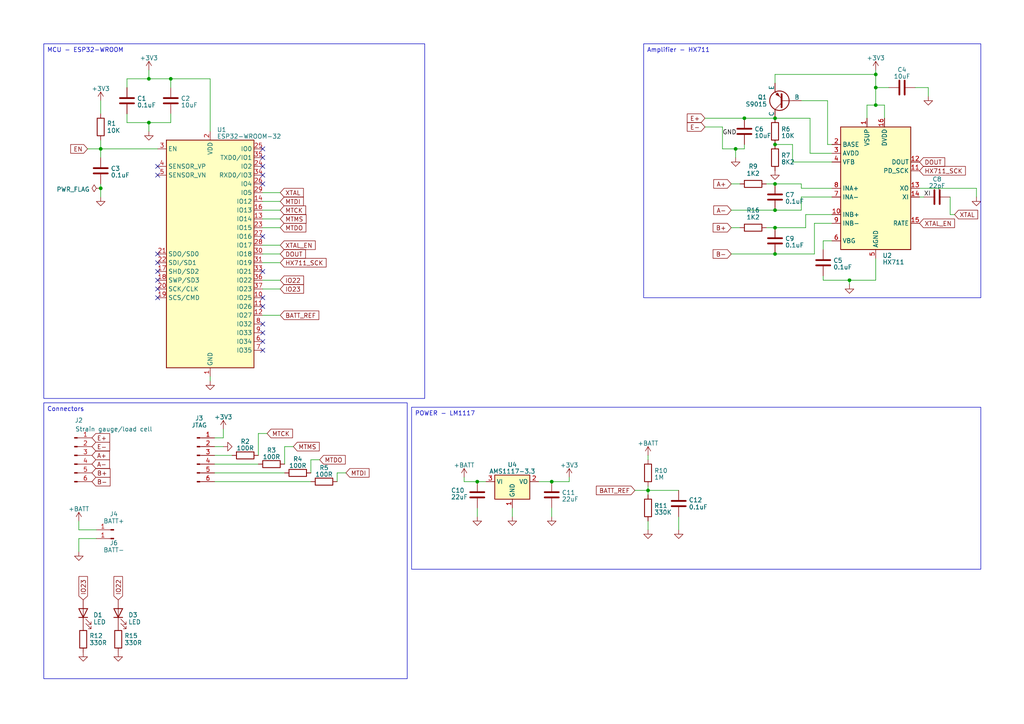
<source format=kicad_sch>
(kicad_sch (version 20230121) (generator eeschema)
  (paper "A4")
  (title_block (title "Electronic hangboard") (date "2023-05-30") (rev "3"))
  (lib_symbols
    (symbol "Analog_ADC:HX711"
      (property "Reference" "U" (at 5.08 21.59 0))
      (property "Value" "HX711" (at 7.62 19.05 0))
      (symbol "HX711_0_1"
        (rectangle (start -10.16 17.78) (end 10.16 -17.78) (stroke (width 0.254)) (fill (type background)))
      )
      (symbol "HX711_1_1"
        (pin power_in line (at -2.54 20.32 270) (length 2.54) (name "VSUP") (number "1"))
        (pin input line (at -12.7 -7.62 0) (length 2.54) (name "INB+") (number "10"))
        (pin input line (at 12.7 5.08 180) (length 2.54) (name "PD_SCK") (number "11"))
        (pin output line (at 12.7 7.62 180) (length 2.54) (name "DOUT") (number "12"))
        (pin passive line (at 12.7 0 180) (length 2.54) (name "XO") (number "13"))
        (pin passive line (at 12.7 -2.54 180) (length 2.54) (name "XI") (number "14"))
        (pin input line (at 12.7 -10.16 180) (length 2.54) (name "RATE") (number "15"))
        (pin power_in line (at 2.54 20.32 270) (length 2.54) (name "DVDD") (number "16"))
        (pin passive line (at -12.7 12.7 0) (length 2.54) (name "BASE") (number "2"))
        (pin power_in line (at -12.7 10.16 0) (length 2.54) (name "AVDD") (number "3"))
        (pin input line (at -12.7 7.62 0) (length 2.54) (name "VFB") (number "4"))
        (pin power_in line (at 0 -20.32 90) (length 2.54) (name "AGND") (number "5"))
        (pin passive line (at -12.7 -15.24 0) (length 2.54) (name "VBG") (number "6"))
        (pin input line (at -12.7 -2.54 0) (length 2.54) (name "INA-") (number "7"))
        (pin input line (at -12.7 0 0) (length 2.54) (name "INA+") (number "8"))
        (pin input line (at -12.7 -10.16 0) (length 2.54) (name "INB-") (number "9"))
      )
    )
    (symbol "Connector:Conn_01x01_Pin" (pin_names (offset 1.016) hide)
      (property "Reference" "J" (at 0 2.54 0))
      (property "Value" "Conn_01x01_Pin" (at 0 -2.54 0))
      (symbol "Conn_01x01_Pin_1_1"
        (polyline (pts (xy 1.27 0) (xy 0.8636 0)) (stroke (width 0.1524)))
        (rectangle (start 0.8636 0.127) (end 0 -0.127) (stroke (width 0.1524)) (fill (type outline)))
        (pin passive line (at 5.08 0 180) (length 3.81) (name "Pin_1") (number "1"))
      )
    )
    (symbol "Connector:Conn_01x06_Pin" (pin_names (offset 1.016) hide)
      (property "Reference" "J" (at 0 7.62 0))
      (property "Value" "Conn_01x06_Pin" (at 0 -10.16 0))
      (symbol "Conn_01x06_Pin_1_1"
        (polyline (pts (xy 1.27 -7.62) (xy 0.8636 -7.62)) (stroke (width 0.1524)))
        (polyline (pts (xy 1.27 -5.08) (xy 0.8636 -5.08)) (stroke (width 0.1524)))
        (polyline (pts (xy 1.27 -2.54) (xy 0.8636 -2.54)) (stroke (width 0.1524)))
        (polyline (pts (xy 1.27 0) (xy 0.8636 0)) (stroke (width 0.1524)))
        (polyline (pts (xy 1.27 2.54) (xy 0.8636 2.54)) (stroke (width 0.1524)))
        (polyline (pts (xy 1.27 5.08) (xy 0.8636 5.08)) (stroke (width 0.1524)))
        (rectangle (start 0.8636 -7.493) (end 0 -7.747) (stroke (width 0.1524)) (fill (type outline)))
        (rectangle (start 0.8636 -4.953) (end 0 -5.207) (stroke (width 0.1524)) (fill (type outline)))
        (rectangle (start 0.8636 -2.413) (end 0 -2.667) (stroke (width 0.1524)) (fill (type outline)))
        (rectangle (start 0.8636 0.127) (end 0 -0.127) (stroke (width 0.1524)) (fill (type outline)))
        (rectangle (start 0.8636 2.667) (end 0 2.413) (stroke (width 0.1524)) (fill (type outline)))
        (rectangle (start 0.8636 5.207) (end 0 4.953) (stroke (width 0.1524)) (fill (type outline)))
        (pin passive line (at 5.08 5.08 180) (length 3.81) (name "Pin_1") (number "1"))
        (pin passive line (at 5.08 2.54 180) (length 3.81) (name "Pin_2") (number "2"))
        (pin passive line (at 5.08 0 180) (length 3.81) (name "Pin_3") (number "3"))
        (pin passive line (at 5.08 -2.54 180) (length 3.81) (name "Pin_4") (number "4"))
        (pin passive line (at 5.08 -5.08 180) (length 3.81) (name "Pin_5") (number "5"))
        (pin passive line (at 5.08 -7.62 180) (length 3.81) (name "Pin_6") (number "6"))
      )
    )
    (symbol "Device:C" (pin_numbers hide) (pin_names (offset 0.254))
      (property "Reference" "C" (at 0.635 2.54 0))
      (property "Value" "C" (at 0.635 -2.54 0))
      (symbol "C_0_1"
        (polyline (pts (xy -2.032 -0.762) (xy 2.032 -0.762)) (stroke (width 0.508)))
        (polyline (pts (xy -2.032 0.762) (xy 2.032 0.762)) (stroke (width 0.508)))
      )
      (symbol "C_1_1"
        (pin passive line (at 0 3.81 270) (length 2.794) (name "~") (number "1"))
        (pin passive line (at 0 -3.81 90) (length 2.794) (name "~") (number "2"))
      )
    )
    (symbol "Device:LED" (pin_numbers hide) (pin_names (offset 1.016) hide)
      (property "Reference" "D" (at 0 2.54 0))
      (property "Value" "LED" (at 0 -2.54 0))
      (symbol "LED_0_1"
        (polyline (pts (xy -1.27 -1.27) (xy -1.27 1.27)) (stroke (width 0.254)))
        (polyline (pts (xy -1.27 0) (xy 1.27 0)))
        (polyline (pts (xy 1.27 -1.27) (xy 1.27 1.27) (xy -1.27 0) (xy 1.27 -1.27)) (stroke (width 0.254)))
        (polyline (pts (xy -3.048 -0.762) (xy -4.572 -2.286) (xy -3.81 -2.286) (xy -4.572 -2.286) (xy -4.572 -1.524)))
        (polyline (pts (xy -1.778 -0.762) (xy -3.302 -2.286) (xy -2.54 -2.286) (xy -3.302 -2.286) (xy -3.302 -1.524)))
      )
      (symbol "LED_1_1"
        (pin passive line (at -3.81 0 0) (length 2.54) (name "K") (number "1"))
        (pin passive line (at 3.81 0 180) (length 2.54) (name "A") (number "2"))
      )
    )
    (symbol "Device:R" (pin_numbers hide) (pin_names (offset 0))
      (property "Reference" "R" (at 2.032 0 90))
      (property "Value" "R" (at 0 0 90))
      (symbol "R_0_1"
        (rectangle (start -1.016 -2.54) (end 1.016 2.54) (stroke (width 0.254)))
      )
      (symbol "R_1_1"
        (pin passive line (at 0 3.81 270) (length 1.27) (name "~") (number "1"))
        (pin passive line (at 0 -3.81 90) (length 1.27) (name "~") (number "2"))
      )
    )
    (symbol "RF_Module:ESP32-WROOM-32"
      (property "Reference" "U" (at -12.7 34.29 0))
      (property "Value" "ESP32-WROOM-32" (at 1.27 34.29 0))
      (symbol "ESP32-WROOM-32_0_1"
        (rectangle (start -12.7 33.02) (end 12.7 -33.02) (stroke (width 0.254)) (fill (type background)))
      )
      (symbol "ESP32-WROOM-32_1_1"
        (pin power_in line (at 0 -35.56 90) (length 2.54) (name "GND") (number "1"))
        (pin bidirectional line (at 15.24 -12.7 180) (length 2.54) (name "IO25") (number "10"))
        (pin bidirectional line (at 15.24 -15.24 180) (length 2.54) (name "IO26") (number "11"))
        (pin bidirectional line (at 15.24 -17.78 180) (length 2.54) (name "IO27") (number "12"))
        (pin bidirectional line (at 15.24 10.16 180) (length 2.54) (name "IO14") (number "13"))
        (pin bidirectional line (at 15.24 15.24 180) (length 2.54) (name "IO12") (number "14"))
        (pin passive line (at 0 -35.56 90) (length 2.54) hide (name "GND") (number "15"))
        (pin bidirectional line (at 15.24 12.7 180) (length 2.54) (name "IO13") (number "16"))
        (pin bidirectional line (at -15.24 -5.08 0) (length 2.54) (name "SHD/SD2") (number "17"))
        (pin bidirectional line (at -15.24 -7.62 0) (length 2.54) (name "SWP/SD3") (number "18"))
        (pin bidirectional line (at -15.24 -12.7 0) (length 2.54) (name "SCS/CMD") (number "19"))
        (pin power_in line (at 0 35.56 270) (length 2.54) (name "VDD") (number "2"))
        (pin bidirectional line (at -15.24 -10.16 0) (length 2.54) (name "SCK/CLK") (number "20"))
        (pin bidirectional line (at -15.24 0 0) (length 2.54) (name "SDO/SD0") (number "21"))
        (pin bidirectional line (at -15.24 -2.54 0) (length 2.54) (name "SDI/SD1") (number "22"))
        (pin bidirectional line (at 15.24 7.62 180) (length 2.54) (name "IO15") (number "23"))
        (pin bidirectional line (at 15.24 25.4 180) (length 2.54) (name "IO2") (number "24"))
        (pin bidirectional line (at 15.24 30.48 180) (length 2.54) (name "IO0") (number "25"))
        (pin bidirectional line (at 15.24 20.32 180) (length 2.54) (name "IO4") (number "26"))
        (pin bidirectional line (at 15.24 5.08 180) (length 2.54) (name "IO16") (number "27"))
        (pin bidirectional line (at 15.24 2.54 180) (length 2.54) (name "IO17") (number "28"))
        (pin bidirectional line (at 15.24 17.78 180) (length 2.54) (name "IO5") (number "29"))
        (pin input line (at -15.24 30.48 0) (length 2.54) (name "EN") (number "3"))
        (pin bidirectional line (at 15.24 0 180) (length 2.54) (name "IO18") (number "30"))
        (pin bidirectional line (at 15.24 -2.54 180) (length 2.54) (name "IO19") (number "31"))
        (pin no_connect line (at -12.7 -27.94 0) (length 2.54) hide (name "NC") (number "32"))
        (pin bidirectional line (at 15.24 -5.08 180) (length 2.54) (name "IO21") (number "33"))
        (pin bidirectional line (at 15.24 22.86 180) (length 2.54) (name "RXD0/IO3") (number "34"))
        (pin bidirectional line (at 15.24 27.94 180) (length 2.54) (name "TXD0/IO1") (number "35"))
        (pin bidirectional line (at 15.24 -7.62 180) (length 2.54) (name "IO22") (number "36"))
        (pin bidirectional line (at 15.24 -10.16 180) (length 2.54) (name "IO23") (number "37"))
        (pin passive line (at 0 -35.56 90) (length 2.54) hide (name "GND") (number "38"))
        (pin passive line (at 0 -35.56 90) (length 2.54) hide (name "GND") (number "39"))
        (pin input line (at -15.24 25.4 0) (length 2.54) (name "SENSOR_VP") (number "4"))
        (pin input line (at -15.24 22.86 0) (length 2.54) (name "SENSOR_VN") (number "5"))
        (pin input line (at 15.24 -25.4 180) (length 2.54) (name "IO34") (number "6"))
        (pin input line (at 15.24 -27.94 180) (length 2.54) (name "IO35") (number "7"))
        (pin bidirectional line (at 15.24 -20.32 180) (length 2.54) (name "IO32") (number "8"))
        (pin bidirectional line (at 15.24 -22.86 180) (length 2.54) (name "IO33") (number "9"))
      )
    )
    (symbol "Regulator_Linear:AMS1117-3.3"
      (property "Reference" "U" (at -3.81 3.175 0))
      (property "Value" "AMS1117-3.3" (at 0 3.175 0))
      (symbol "AMS1117-3.3_0_1"
        (rectangle (start -5.08 -5.08) (end 5.08 1.905) (stroke (width 0.254)) (fill (type background)))
      )
      (symbol "AMS1117-3.3_1_1"
        (pin power_in line (at 0 -7.62 90) (length 2.54) (name "GND") (number "1"))
        (pin power_out line (at 7.62 0 180) (length 2.54) (name "VO") (number "2"))
        (pin power_in line (at -7.62 0 0) (length 2.54) (name "VI") (number "3"))
      )
    )
    (symbol "Simulation_SPICE:PNP" (pin_numbers hide) (pin_names (offset 0))
      (property "Reference" "Q" (at -2.54 7.62 0))
      (property "Value" "PNP" (at -2.54 5.08 0))
      (symbol "PNP_0_1"
        (polyline (pts (xy -2.54 0) (xy 0.635 0)) (stroke (width 0.1524)))
        (polyline (pts (xy 0.635 0.635) (xy 2.54 2.54)))
        (polyline (pts (xy 0.635 -0.635) (xy 2.54 -2.54) (xy 2.54 -2.54)))
        (polyline (pts (xy 0.635 1.905) (xy 0.635 -1.905) (xy 0.635 -1.905)) (stroke (width 0.508)))
        (polyline (pts (xy 2.286 -1.778) (xy 1.778 -2.286) (xy 1.27 -1.27) (xy 2.286 -1.778) (xy 2.286 -1.778)) (fill (type outline)))
        (circle (center 1.27 0) (radius 2.8194) (stroke (width 0.254)))
      )
      (symbol "PNP_1_1"
        (pin open_collector line (at 2.54 5.08 270) (length 2.54) (name "C") (number "1"))
        (pin input line (at -5.08 0 0) (length 2.54) (name "B") (number "2"))
        (pin open_emitter line (at 2.54 -5.08 90) (length 2.54) (name "E") (number "3"))
      )
    )
    (symbol "power:+3V3" (power) (pin_names (offset 0))
      (property "Value" "+3V3" (at 0 3.556 0))
      (symbol "+3V3_0_1"
        (polyline (pts (xy -0.762 1.27) (xy 0 2.54)))
        (polyline (pts (xy 0 0) (xy 0 2.54)))
        (polyline (pts (xy 0 2.54) (xy 0.762 1.27)))
      )
      (symbol "+3V3_1_1"
        (pin power_in line (at 0 0 90) (length 0) hide (name "+3V3") (number "1"))
      )
    )
    (symbol "power:+BATT" (power) (pin_names (offset 0))
      (property "Value" "+BATT" (at 0 3.556 0))
      (symbol "+BATT_0_1"
        (polyline (pts (xy -0.762 1.27) (xy 0 2.54)))
        (polyline (pts (xy 0 0) (xy 0 2.54)))
        (polyline (pts (xy 0 2.54) (xy 0.762 1.27)))
      )
      (symbol "+BATT_1_1"
        (pin power_in line (at 0 0 90) (length 0) hide (name "+BATT") (number "1"))
      )
    )
    (symbol "power:GND" (power) (pin_names (offset 0))
      (property "Value" "GND" (at 0 -3.81 0))
      (symbol "GND_0_1"
        (polyline (pts (xy 0 0) (xy 0 -1.27) (xy 1.27 -1.27) (xy 0 -2.54) (xy -1.27 -1.27) (xy 0 -1.27)))
      )
      (symbol "GND_1_1"
        (pin power_in line (at 0 0 270) (length 0) hide (name "GND") (number "1"))
      )
    )
    (symbol "power:PWR_FLAG" (power) (pin_numbers hide) (pin_names (offset 0) hide)
      (property "Value" "PWR_FLAG" (at 0 3.81 0))
      (symbol "PWR_FLAG_0_0"
        (pin power_out line (at 0 0 90) (length 0) (name "pwr") (number "1"))
      )
      (symbol "PWR_FLAG_0_1"
        (polyline (pts (xy 0 0) (xy 0 1.27) (xy -1.016 1.905) (xy 0 2.54) (xy 1.016 1.905) (xy 0 1.27)))
      )
    )
  )
  (junction (at 224.79 53.34))
  (junction (at 246.38 81.28))
  (junction (at 224.79 66.04))
  (junction (at 160.02 139.7))
  (junction (at 187.96 142.24))
  (junction (at 213.36 43.18))
  (junction (at 254 25.4))
  (junction (at 138.43 139.7))
  (junction (at 49.53 22.86))
  (junction (at 224.79 34.29))
  (junction (at 43.18 35.56))
  (junction (at 29.21 54.61))
  (junction (at 224.79 41.91))
  (junction (at 43.18 22.86))
  (junction (at 254 30.48))
  (junction (at 254 21.59))
  (junction (at 224.79 73.66))
  (junction (at 224.79 60.96))
  (junction (at 29.21 43.18))
  (junction (at 215.9 34.29))
  (no_connect (at 45.72 50.8))
  (no_connect (at 76.2 43.18))
  (no_connect (at 76.2 78.74))
  (no_connect (at 76.2 88.9))
  (no_connect (at 76.2 50.8))
  (no_connect (at 76.2 53.34))
  (no_connect (at 45.72 83.82))
  (no_connect (at 76.2 45.72))
  (no_connect (at 45.72 81.28))
  (no_connect (at 76.2 96.52))
  (no_connect (at 76.2 86.36))
  (no_connect (at 45.72 78.74))
  (no_connect (at 45.72 73.66))
  (no_connect (at 45.72 48.26))
  (no_connect (at 76.2 93.98))
  (no_connect (at 45.72 76.2))
  (no_connect (at 76.2 48.26))
  (no_connect (at 76.2 68.58))
  (no_connect (at 76.2 101.6))
  (no_connect (at 76.2 99.06))
  (no_connect (at 45.72 86.36))
  (wire (pts (xy 254 25.4) (xy 257.81 25.4)))
  (wire (pts (xy 251.46 30.48) (xy 254 30.48)))
  (wire (pts (xy 254 25.4) (xy 254 30.48)))
  (wire (pts (xy 213.36 43.18) (xy 215.9 43.18)))
  (wire (pts (xy 134.62 139.7) (xy 138.43 139.7)))
  (wire (pts (xy 238.76 81.28) (xy 246.38 81.28)))
  (wire (pts (xy 224.79 21.59) (xy 254 21.59)))
  (wire (pts (xy 233.68 62.23) (xy 233.68 66.04)))
  (wire (pts (xy 62.23 134.62) (xy 74.93 134.62)))
  (wire (pts (xy 49.53 22.86) (xy 43.18 22.86)))
  (wire (pts (xy 254 21.59) (xy 254 25.4)))
  (wire (pts (xy 224.79 24.13) (xy 224.79 21.59)))
  (wire (pts (xy 77.47 125.73) (xy 74.93 125.73)))
  (wire (pts (xy 76.2 60.96) (xy 81.28 60.96)))
  (wire (pts (xy 187.96 132.08) (xy 187.96 133.35)))
  (wire (pts (xy 62.23 132.08) (xy 67.31 132.08)))
  (wire (pts (xy 215.9 34.29) (xy 224.79 34.29)))
  (wire (pts (xy 60.96 22.86) (xy 49.53 22.86)))
  (wire (pts (xy 85.09 129.54) (xy 82.55 129.54)))
  (wire (pts (xy 234.95 34.29) (xy 234.95 44.45)))
  (wire (pts (xy 148.59 147.32) (xy 148.59 149.86)))
  (wire (pts (xy 36.83 22.86) (xy 43.18 22.86)))
  (wire (pts (xy 269.24 25.4) (xy 269.24 27.94)))
  (wire (pts (xy 74.93 125.73) (xy 74.93 132.08)))
  (wire (pts (xy 241.3 57.15) (xy 232.41 57.15)))
  (wire (pts (xy 236.22 64.77) (xy 236.22 73.66)))
  (wire (pts (xy 62.23 129.54) (xy 64.77 129.54)))
  (wire (pts (xy 229.87 46.99) (xy 241.3 46.99)))
  (wire (pts (xy 196.85 149.86) (xy 196.85 153.67)))
  (wire (pts (xy 76.2 83.82) (xy 81.28 83.82)))
  (wire (pts (xy 36.83 33.02) (xy 36.83 35.56)))
  (wire (pts (xy 240.03 41.91) (xy 241.3 41.91)))
  (wire (pts (xy 76.2 55.88) (xy 81.28 55.88)))
  (wire (pts (xy 29.21 54.61) (xy 29.21 57.15)))
  (wire (pts (xy 36.83 25.4) (xy 36.83 22.86)))
  (wire (pts (xy 254 81.28) (xy 254 74.93)))
  (wire (pts (xy 76.2 71.12) (xy 81.28 71.12)))
  (wire (pts (xy 165.1 139.7) (xy 160.02 139.7)))
  (wire (pts (xy 238.76 69.85) (xy 238.76 72.39)))
  (wire (pts (xy 222.25 66.04) (xy 224.79 66.04)))
  (wire (pts (xy 232.41 60.96) (xy 224.79 60.96)))
  (wire (pts (xy 187.96 142.24) (xy 187.96 143.51)))
  (wire (pts (xy 165.1 138.43) (xy 165.1 139.7)))
  (wire (pts (xy 82.55 129.54) (xy 82.55 134.62)))
  (wire (pts (xy 76.2 91.44) (xy 81.28 91.44)))
  (wire (pts (xy 29.21 29.21) (xy 29.21 33.02)))
  (wire (pts (xy 251.46 34.29) (xy 251.46 30.48)))
  (wire (pts (xy 62.23 127) (xy 64.77 127)))
  (wire (pts (xy 213.36 43.18) (xy 209.55 43.18)))
  (wire (pts (xy 224.79 41.91) (xy 229.87 41.91)))
  (wire (pts (xy 100.33 137.16) (xy 97.79 137.16)))
  (wire (pts (xy 266.7 57.15) (xy 267.97 57.15)))
  (wire (pts (xy 246.38 81.28) (xy 254 81.28)))
  (wire (pts (xy 232.41 53.34) (xy 232.41 54.61)))
  (wire (pts (xy 224.79 34.29) (xy 234.95 34.29)))
  (wire (pts (xy 45.72 43.18) (xy 29.21 43.18)))
  (wire (pts (xy 62.23 139.7) (xy 90.17 139.7)))
  (wire (pts (xy 215.9 43.18) (xy 215.9 41.91)))
  (wire (pts (xy 256.54 34.29) (xy 256.54 30.48)))
  (wire (pts (xy 234.95 44.45) (xy 241.3 44.45)))
  (wire (pts (xy 22.86 151.13) (xy 22.86 153.67)))
  (wire (pts (xy 213.36 45.72) (xy 213.36 43.18)))
  (wire (pts (xy 204.47 34.29) (xy 215.9 34.29)))
  (wire (pts (xy 22.86 153.67) (xy 27.94 153.67)))
  (wire (pts (xy 76.2 81.28) (xy 81.28 81.28)))
  (wire (pts (xy 212.09 60.96) (xy 224.79 60.96)))
  (wire (pts (xy 238.76 80.01) (xy 238.76 81.28)))
  (wire (pts (xy 29.21 53.34) (xy 29.21 54.61)))
  (wire (pts (xy 232.41 57.15) (xy 232.41 60.96)))
  (wire (pts (xy 76.2 63.5) (xy 81.28 63.5)))
  (wire (pts (xy 233.68 62.23) (xy 241.3 62.23)))
  (wire (pts (xy 224.79 66.04) (xy 233.68 66.04)))
  (wire (pts (xy 204.47 36.83) (xy 209.55 36.83)))
  (wire (pts (xy 97.79 137.16) (xy 97.79 139.7)))
  (wire (pts (xy 222.25 53.34) (xy 224.79 53.34)))
  (wire (pts (xy 43.18 22.86) (xy 43.18 20.32)))
  (wire (pts (xy 43.18 35.56) (xy 43.18 38.1)))
  (wire (pts (xy 209.55 36.83) (xy 209.55 43.18)))
  (wire (pts (xy 49.53 35.56) (xy 43.18 35.56)))
  (wire (pts (xy 60.96 22.86) (xy 60.96 38.1)))
  (wire (pts (xy 265.43 25.4) (xy 269.24 25.4)))
  (wire (pts (xy 92.71 133.35) (xy 90.17 133.35)))
  (wire (pts (xy 49.53 25.4) (xy 49.53 22.86)))
  (wire (pts (xy 246.38 82.55) (xy 246.38 81.28)))
  (wire (pts (xy 138.43 139.7) (xy 140.97 139.7)))
  (wire (pts (xy 254 20.32) (xy 254 21.59)))
  (wire (pts (xy 29.21 43.18) (xy 29.21 40.64)))
  (wire (pts (xy 236.22 64.77) (xy 241.3 64.77)))
  (wire (pts (xy 76.2 58.42) (xy 81.28 58.42)))
  (wire (pts (xy 256.54 30.48) (xy 254 30.48)))
  (wire (pts (xy 76.2 66.04) (xy 81.28 66.04)))
  (wire (pts (xy 29.21 43.18) (xy 29.21 45.72)))
  (wire (pts (xy 283.21 57.15) (xy 283.21 54.61)))
  (wire (pts (xy 22.86 156.21) (xy 27.94 156.21)))
  (wire (pts (xy 62.23 137.16) (xy 82.55 137.16)))
  (wire (pts (xy 25.4 43.18) (xy 29.21 43.18)))
  (wire (pts (xy 90.17 133.35) (xy 90.17 137.16)))
  (wire (pts (xy 160.02 147.32) (xy 160.02 149.86)))
  (wire (pts (xy 232.41 29.21) (xy 240.03 29.21)))
  (wire (pts (xy 212.09 53.34) (xy 214.63 53.34)))
  (wire (pts (xy 232.41 53.34) (xy 224.79 53.34)))
  (wire (pts (xy 275.59 62.23) (xy 276.86 62.23)))
  (wire (pts (xy 187.96 140.97) (xy 187.96 142.24)))
  (wire (pts (xy 283.21 54.61) (xy 266.7 54.61)))
  (wire (pts (xy 76.2 73.66) (xy 81.28 73.66)))
  (wire (pts (xy 212.09 73.66) (xy 224.79 73.66)))
  (wire (pts (xy 229.87 41.91) (xy 229.87 46.99)))
  (wire (pts (xy 76.2 76.2) (xy 81.28 76.2)))
  (wire (pts (xy 187.96 151.13) (xy 187.96 153.67)))
  (wire (pts (xy 240.03 29.21) (xy 240.03 41.91)))
  (wire (pts (xy 36.83 35.56) (xy 43.18 35.56)))
  (wire (pts (xy 138.43 147.32) (xy 138.43 149.86)))
  (wire (pts (xy 22.86 160.02) (xy 22.86 156.21)))
  (wire (pts (xy 187.96 142.24) (xy 196.85 142.24)))
  (wire (pts (xy 275.59 57.15) (xy 275.59 62.23)))
  (wire (pts (xy 49.53 33.02) (xy 49.53 35.56)))
  (wire (pts (xy 236.22 73.66) (xy 224.79 73.66)))
  (wire (pts (xy 241.3 54.61) (xy 232.41 54.61)))
  (wire (pts (xy 184.15 142.24) (xy 187.96 142.24)))
  (wire (pts (xy 241.3 69.85) (xy 238.76 69.85)))
  (wire (pts (xy 60.96 109.22) (xy 60.96 110.49)))
  (wire (pts (xy 156.21 139.7) (xy 160.02 139.7)))
  (wire (pts (xy 212.09 66.04) (xy 214.63 66.04)))
  (wire (pts (xy 134.62 138.43) (xy 134.62 139.7)))
  (wire (pts (xy 64.77 124.46) (xy 64.77 127)))
  (text_box "POWER - LM1117" (at 119.38 118.11 0) (size 165.1 46.99) (effects (font (size 1.27 1.27)) (justify left top)))
  (text_box "Amplifier - HX711" (at 186.69 12.7 0) (size 97.79 73.66) (effects (font (size 1.27 1.27)) (justify left top)))
  (text_box "Connectors" (at 12.7 116.84 0) (size 105.41 80.01) (effects (font (size 1.27 1.27)) (justify left top)))
  (text_box "MCU - ESP32-WROOM" (at 12.7 12.7 0) (size 110.49 102.87) (effects (font (size 1.27 1.27)) (justify left top)))
  (label "XI" (at 267.97 57.15 0))
  (label "GND" (at 209.55 39.37 0))
  (global_label "EN" (shape input) (at 25.4 43.18 180) (property "Intersheetrefs" "${INTERSHEET_REFS}" (effects hide)))
  (global_label "XTAL" (shape input) (at 81.28 55.88 0) (property "Intersheetrefs" "${INTERSHEET_REFS}" (effects hide)))
  (global_label "MTMS" (shape input) (at 81.28 63.5 0) (property "Intersheetrefs" "${INTERSHEET_REFS}" (effects hide)))
  (global_label "MTDI" (shape input) (at 100.33 137.16 0) (property "Intersheetrefs" "${INTERSHEET_REFS}" (effects hide)))
  (global_label "B-" (shape input) (at 212.09 73.66 180) (property "Intersheetrefs" "${INTERSHEET_REFS}" (effects hide)))
  (global_label "IO22" (shape input) (at 81.28 81.28 0) (property "Intersheetrefs" "${INTERSHEET_REFS}" (effects hide)))
  (global_label "MTCK" (shape input) (at 81.28 60.96 0) (property "Intersheetrefs" "${INTERSHEET_REFS}" (effects hide)))
  (global_label "XTAL" (shape input) (at 276.86 62.23 0) (property "Intersheetrefs" "${INTERSHEET_REFS}" (effects hide)))
  (global_label "DOUT" (shape input) (at 81.28 73.66 0) (property "Intersheetrefs" "${INTERSHEET_REFS}" (effects hide)))
  (global_label "E-" (shape input) (at 204.47 36.83 180) (property "Intersheetrefs" "${INTERSHEET_REFS}" (effects hide)))
  (global_label "A-" (shape input) (at 26.67 134.62 0) (property "Intersheetrefs" "${INTERSHEET_REFS}" (effects hide)))
  (global_label "MTDI" (shape input) (at 81.28 58.42 0) (property "Intersheetrefs" "${INTERSHEET_REFS}" (effects hide)))
  (global_label "IO23" (shape input) (at 81.28 83.82 0) (property "Intersheetrefs" "${INTERSHEET_REFS}" (effects hide)))
  (global_label "HX711_SCK" (shape input) (at 81.28 76.2 0) (property "Intersheetrefs" "${INTERSHEET_REFS}" (effects hide)))
  (global_label "IO23" (shape input) (at 24.13 173.99 90) (property "Intersheetrefs" "${INTERSHEET_REFS}" (effects hide)))
  (global_label "B+" (shape input) (at 26.67 137.16 0) (property "Intersheetrefs" "${INTERSHEET_REFS}" (effects hide)))
  (global_label "XTAL_EN" (shape input) (at 266.7 64.77 0) (property "Intersheetrefs" "${INTERSHEET_REFS}" (effects hide)))
  (global_label "A-" (shape input) (at 212.09 60.96 180) (property "Intersheetrefs" "${INTERSHEET_REFS}" (effects hide)))
  (global_label "E+" (shape input) (at 26.67 127 0) (property "Intersheetrefs" "${INTERSHEET_REFS}" (effects hide)))
  (global_label "B-" (shape input) (at 26.67 139.7 0) (property "Intersheetrefs" "${INTERSHEET_REFS}" (effects hide)))
  (global_label "A+" (shape input) (at 212.09 53.34 180) (property "Intersheetrefs" "${INTERSHEET_REFS}" (effects hide)))
  (global_label "BATT_REF" (shape input) (at 184.15 142.24 180) (property "Intersheetrefs" "${INTERSHEET_REFS}" (effects hide)))
  (global_label "IO22" (shape input) (at 34.29 173.99 90) (property "Intersheetrefs" "${INTERSHEET_REFS}" (effects hide)))
  (global_label "DOUT" (shape input) (at 266.7 46.99 0) (property "Intersheetrefs" "${INTERSHEET_REFS}" (effects hide)))
  (global_label "MTDO" (shape input) (at 81.28 66.04 0) (property "Intersheetrefs" "${INTERSHEET_REFS}" (effects hide)))
  (global_label "XTAL_EN" (shape input) (at 81.28 71.12 0) (property "Intersheetrefs" "${INTERSHEET_REFS}" (effects hide)))
  (global_label "MTDO" (shape input) (at 92.71 133.35 0) (property "Intersheetrefs" "${INTERSHEET_REFS}" (effects hide)))
  (global_label "HX711_SCK" (shape input) (at 266.7 49.53 0) (property "Intersheetrefs" "${INTERSHEET_REFS}" (effects hide)))
  (global_label "A+" (shape input) (at 26.67 132.08 0) (property "Intersheetrefs" "${INTERSHEET_REFS}" (effects hide)))
  (global_label "B+" (shape input) (at 212.09 66.04 180) (property "Intersheetrefs" "${INTERSHEET_REFS}" (effects hide)))
  (global_label "E-" (shape input) (at 26.67 129.54 0) (property "Intersheetrefs" "${INTERSHEET_REFS}" (effects hide)))
  (global_label "MTMS" (shape input) (at 85.09 129.54 0) (property "Intersheetrefs" "${INTERSHEET_REFS}" (effects hide)))
  (global_label "MTCK" (shape input) (at 77.47 125.73 0) (property "Intersheetrefs" "${INTERSHEET_REFS}" (effects hide)))
  (global_label "BATT_REF" (shape input) (at 81.28 91.44 0) (property "Intersheetrefs" "${INTERSHEET_REFS}" (effects hide)))
  (global_label "E+" (shape input) (at 204.47 34.29 180) (property "Intersheetrefs" "${INTERSHEET_REFS}" (effects hide)))
  (symbol (lib_id "power:GND") (at 60.96 110.49 0) (unit 1)
    (property "Reference" "#PWR02" (effects hide))
    (property "Value" "GND" (effects hide))
  )
  (symbol (lib_id "power:GND") (at 213.36 45.72 0) (unit 1)
    (property "Reference" "#PWR012" (effects hide))
    (property "Value" "GND" (effects hide))
  )
  (symbol (lib_id "Device:R") (at 34.29 185.42 0) (unit 1)
    (property "Reference" "R15" (at 36.068 184.396 0) (effects (justify left)))
    (property "Value" "330R" (at 36.068 186.444 0) (effects (justify left)))
    (property "Footprint" "Resistor_SMD:R_1206_3216Metric_Pad1.30x1.75mm_HandSolder" (effects hide))
  )
  (symbol (lib_id "Device:C") (at 49.53 29.21 0) (unit 1)
    (property "Reference" "C2" (at 52.451 28.5663 0) (effects (justify left)))
    (property "Value" "10uF" (at 52.451 30.4873 0) (effects (justify left)))
    (property "Footprint" "Capacitor_SMD:C_1206_3216Metric_Pad1.33x1.80mm_HandSolder" (effects hide))
  )
  (symbol (lib_id "Device:R") (at 218.44 53.34 90) (unit 1)
    (property "Reference" "R9" (at 218.44 48.26 90))
    (property "Value" "1K2" (at 218.44 50.308 90))
    (property "Footprint" "Resistor_SMD:R_1206_3216Metric_Pad1.30x1.75mm_HandSolder" (effects hide))
  )
  (symbol (lib_id "power:GND") (at 196.85 153.67 0) (unit 1)
    (property "Reference" "#PWR030" (effects hide))
    (property "Value" "GND" (effects hide))
  )
  (symbol (lib_id "power:+BATT") (at 134.62 138.43 0) (unit 1)
    (property "Reference" "#PWR08" (effects hide))
    (property "Value" "+BATT" (at 134.62 134.9281 0))
  )
  (symbol (lib_id "power:GND") (at 187.96 153.67 0) (unit 1)
    (property "Reference" "#PWR029" (effects hide))
    (property "Value" "GND" (effects hide))
  )
  (symbol (lib_id "power:PWR_FLAG") (at 29.21 54.61 90) (unit 1)
    (property "Reference" "#FLG02" (effects hide))
    (property "Value" "PWR_FLAG" (at 26.0351 54.9268 90) (effects (justify left)))
  )
  (symbol (lib_id "power:GND") (at 160.02 149.86 0) (unit 1)
    (property "Reference" "#PWR024" (effects hide))
    (property "Value" "GND" (effects hide))
  )
  (symbol (lib_id "Device:R") (at 29.21 36.83 0) (unit 1)
    (property "Reference" "R1" (at 30.988 35.806 0) (effects (justify left)))
    (property "Value" "10K" (at 30.988 37.854 0) (effects (justify left)))
    (property "Footprint" "Resistor_SMD:R_1206_3216Metric_Pad1.30x1.75mm_HandSolder" (effects hide))
  )
  (symbol (lib_id "Device:R") (at 93.98 139.7 90) (unit 1)
    (property "Reference" "R5" (at 93.98 135.6741 90))
    (property "Value" "100R" (at 93.98 137.5951 90))
    (property "Footprint" "Resistor_SMD:R_1206_3216Metric_Pad1.30x1.75mm_HandSolder" (effects hide))
  )
  (symbol (lib_id "Device:R") (at 71.12 132.08 90) (unit 1)
    (property "Reference" "R2" (at 71.12 128.0541 90))
    (property "Value" "100R" (at 71.12 129.9751 90))
    (property "Footprint" "Resistor_SMD:R_1206_3216Metric_Pad1.30x1.75mm_HandSolder" (effects hide))
  )
  (symbol (lib_id "Device:R") (at 218.44 66.04 90) (unit 1)
    (property "Reference" "R16" (at 218.44 60.96 90))
    (property "Value" "1K2" (at 218.44 63.008 90))
    (property "Footprint" "Resistor_SMD:R_1206_3216Metric_Pad1.30x1.75mm_HandSolder" (effects hide))
  )
  (symbol (lib_id "power:GND") (at 29.21 57.15 0) (unit 1)
    (property "Reference" "#PWR04" (effects hide))
    (property "Value" "GND" (effects hide))
  )
  (symbol (lib_id "Device:LED") (at 24.13 177.8 90) (unit 1)
    (property "Reference" "D1" (at 27.051 178.3635 90) (effects (justify right)))
    (property "Value" "LED" (at 27.051 180.4115 90) (effects (justify right)))
    (property "Footprint" "Diode_SMD:D_1206_3216Metric_Pad1.42x1.75mm_HandSolder" (effects hide))
  )
  (symbol (lib_id "Device:C") (at 196.85 146.05 0) (unit 1)
    (property "Reference" "C12" (at 199.771 145.026 0) (effects (justify left)))
    (property "Value" "0.1uF" (at 199.771 147.074 0) (effects (justify left)))
    (property "Footprint" "Capacitor_SMD:C_1206_3216Metric_Pad1.33x1.80mm_HandSolder" (effects hide))
  )
  (symbol (lib_id "power:GND") (at 34.29 189.23 0) (unit 1)
    (property "Reference" "#PWR018" (effects hide))
    (property "Value" "GND" (effects hide))
  )
  (symbol (lib_id "power:GND") (at 269.24 27.94 0) (unit 1)
    (property "Reference" "#PWR010" (effects hide))
    (property "Value" "GND" (effects hide))
  )
  (symbol (lib_id "power:GND") (at 22.86 160.02 0) (unit 1)
    (property "Reference" "#PWR020" (effects hide))
    (property "Value" "GND" (effects hide))
  )
  (symbol (lib_id "Device:C") (at 36.83 29.21 0) (unit 1)
    (property "Reference" "C1" (at 39.751 28.5663 0) (effects (justify left)))
    (property "Value" "0.1uF" (at 39.751 30.4873 0) (effects (justify left)))
    (property "Footprint" "Capacitor_SMD:C_1206_3216Metric_Pad1.33x1.80mm_HandSolder" (effects hide))
  )
  (symbol (lib_id "Device:C") (at 238.76 76.2 180) (unit 1)
    (property "Reference" "C5" (at 241.681 75.5563 0) (effects (justify right)))
    (property "Value" "0.1uF" (at 241.681 77.4773 0) (effects (justify right)))
    (property "Footprint" "Capacitor_SMD:C_1206_3216Metric_Pad1.33x1.80mm_HandSolder" (effects hide))
  )
  (symbol (lib_id "Device:R") (at 187.96 147.32 0) (unit 1)
    (property "Reference" "R11" (at 189.738 146.6763 0) (effects (justify left)))
    (property "Value" "330K" (at 189.738 148.5973 0) (effects (justify left)))
    (property "Footprint" "Resistor_SMD:R_1206_3216Metric_Pad1.30x1.75mm_HandSolder" (effects hide))
  )
  (symbol (lib_id "Device:R") (at 24.13 185.42 180) (unit 1)
    (property "Reference" "R12" (at 25.908 184.396 0) (effects (justify right)))
    (property "Value" "330R" (at 25.908 186.444 0) (effects (justify right)))
    (property "Footprint" "Resistor_SMD:R_1206_3216Metric_Pad1.30x1.75mm_HandSolder" (effects hide))
  )
  (symbol (lib_id "Regulator_Linear:AMS1117-3.3") (at 148.59 139.7 0) (unit 1)
    (property "Reference" "U4" (at 148.59 134.7851 0))
    (property "Value" "AMS1117-3.3" (at 148.59 136.7061 0))
    (property "Footprint" "Package_TO_SOT_SMD:SOT-223-3_TabPin2" (effects hide))
    (property "Datasheet" "http://www.advanced-monolithic.com/pdf/ds1117.pdf" (effects hide))
  )
  (symbol (lib_id "Device:C") (at 224.79 57.15 0) (unit 1)
    (property "Reference" "C7" (at 227.711 56.5063 0) (effects (justify left)))
    (property "Value" "0.1uF" (at 227.711 58.4273 0) (effects (justify left)))
    (property "Footprint" "Capacitor_SMD:C_1206_3216Metric_Pad1.33x1.80mm_HandSolder" (effects hide))
  )
  (symbol (lib_id "power:+BATT") (at 187.96 132.08 0) (unit 1)
    (property "Reference" "#PWR019" (effects hide))
    (property "Value" "+BATT" (at 187.96 128.5781 0))
  )
  (symbol (lib_id "power:GND") (at 138.43 149.86 0) (unit 1)
    (property "Reference" "#PWR016" (effects hide))
    (property "Value" "GND" (effects hide))
  )
  (symbol (lib_id "power:+3V3") (at 29.21 29.21 0) (unit 1)
    (property "Reference" "#PWR03" (effects hide))
    (property "Value" "+3V3" (at 29.21 25.7081 0))
  )
  (symbol (lib_id "Connector:Conn_01x01_Pin") (at 33.02 153.67 180) (unit 1)
    (property "Reference" "J4" (at 33.02 149.082 0))
    (property "Value" "BATT+" (at 33.02 151.13 0))
    (property "Footprint" "Connector_Wire_Custom:2x5_solder_wire_pad" (effects hide))
  )
  (symbol (lib_id "power:+3V3") (at 254 20.32 0) (unit 1)
    (property "Reference" "#PWR09" (effects hide))
    (property "Value" "+3V3" (at 254 16.8181 0))
  )
  (symbol (lib_id "Device:C") (at 160.02 143.51 180) (unit 1)
    (property "Reference" "C11" (at 162.941 142.8663 0) (effects (justify right)))
    (property "Value" "22uF" (at 162.941 144.7873 0) (effects (justify right)))
    (property "Footprint" "Capacitor_SMD:C_1206_3216Metric_Pad1.33x1.80mm_HandSolder" (effects hide))
  )
  (symbol (lib_id "Device:C") (at 261.62 25.4 90) (unit 1)
    (property "Reference" "C4" (at 261.62 20.2311 90))
    (property "Value" "10uF" (at 261.62 22.1521 90))
    (property "Footprint" "Capacitor_SMD:C_1206_3216Metric_Pad1.33x1.80mm_HandSolder" (effects hide))
  )
  (symbol (lib_id "Device:C") (at 215.9 38.1 180) (unit 1)
    (property "Reference" "C6" (at 218.821 37.4563 0) (effects (justify right)))
    (property "Value" "10uF" (at 218.821 39.3773 0) (effects (justify right)))
    (property "Footprint" "Capacitor_SMD:C_1206_3216Metric_Pad1.33x1.80mm_HandSolder" (effects hide))
  )
  (symbol (lib_id "Analog_ADC:HX711") (at 254 54.61 0) (unit 1)
    (property "Reference" "U2" (at 255.9559 74.1125 0) (effects (justify left)))
    (property "Value" "HX711" (at 255.9559 76.0335 0) (effects (justify left)))
    (property "Footprint" "Package_SO:SOP-16_3.9x9.9mm_P1.27mm" (effects hide))
    (property "Datasheet" "https://cdn.sparkfun.com/datasheets/Sensors/ForceFlex/hx711_english.pdf" (effects hide))
  )
  (symbol (lib_id "power:GND") (at 283.21 57.15 0) (unit 1)
    (property "Reference" "#PWR014" (effects hide))
    (property "Value" "GND" (effects hide))
  )
  (symbol (lib_id "Device:R") (at 86.36 137.16 90) (unit 1)
    (property "Reference" "R4" (at 86.36 133.1341 90))
    (property "Value" "100R" (at 86.36 135.0551 90))
    (property "Footprint" "Resistor_SMD:R_1206_3216Metric_Pad1.30x1.75mm_HandSolder" (effects hide))
  )
  (symbol (lib_id "power:GND") (at 246.38 82.55 0) (unit 1)
    (property "Reference" "#PWR011" (effects hide))
    (property "Value" "GND" (effects hide))
  )
  (symbol (lib_id "Device:C") (at 138.43 143.51 180) (unit 1)
    (property "Reference" "C10" (at 130.81 142.24 0) (effects (justify right)))
    (property "Value" "22uF" (at 130.81 144.161 0) (effects (justify right)))
    (property "Footprint" "Capacitor_SMD:C_1206_3216Metric_Pad1.33x1.80mm_HandSolder" (effects hide))
  )
  (symbol (lib_id "Device:C") (at 271.78 57.15 90) (unit 1)
    (property "Reference" "C8" (at 271.78 51.9811 90))
    (property "Value" "22pF" (at 271.78 53.9021 90))
    (property "Footprint" "Capacitor_SMD:C_1206_3216Metric_Pad1.33x1.80mm_HandSolder" (effects hide))
  )
  (symbol (lib_id "power:+3V3") (at 43.18 20.32 0) (unit 1)
    (property "Reference" "#PWR01" (effects hide))
    (property "Value" "+3V3" (at 43.18 16.8181 0))
  )
  (symbol (lib_id "power:+BATT") (at 22.86 151.13 0) (unit 1)
    (property "Reference" "#PWR013" (effects hide))
    (property "Value" "+BATT" (at 22.86 147.6281 0))
  )
  (symbol (lib_id "Connector:Conn_01x06_Pin") (at 21.59 132.08 0) (unit 1)
    (property "Reference" "J2" (at 22.86 121.92 0))
    (property "Value" "Strain gauge/load cell" (at 33.02 124.46 0))
    (property "Footprint" "Connector_PinHeader_2.54mm:PinHeader_1x06_P2.54mm_Vertical" (effects hide))
  )
  (symbol (lib_id "power:+3V3") (at 64.77 124.46 0) (unit 1)
    (property "Reference" "#PWR06" (effects hide))
    (property "Value" "+3V3" (at 64.77 120.9581 0))
  )
  (symbol (lib_id "Device:R") (at 78.74 134.62 90) (unit 1)
    (property "Reference" "R3" (at 78.74 130.5941 90))
    (property "Value" "100R" (at 78.74 132.5151 90))
    (property "Footprint" "Resistor_SMD:R_1206_3216Metric_Pad1.30x1.75mm_HandSolder" (effects hide))
  )
  (symbol (lib_id "Connector:Conn_01x01_Pin") (at 33.02 156.21 180) (unit 1)
    (property "Reference" "J6" (at 33.02 157.48 0))
    (property "Value" "BATT-" (at 33.02 159.528 0))
    (property "Footprint" "Connector_Wire_Custom:2x5_solder_wire_pad" (effects hide))
  )
  (symbol (lib_id "Simulation_SPICE:PNP") (at 227.33 29.21 180) (unit 1)
    (property "Reference" "Q1" (at 222.4787 28.186 0) (effects (justify left)))
    (property "Value" "S9015" (at 222.4787 30.234 0) (effects (justify left)))
    (property "Footprint" "Package_TO_SOT_SMD:SOT-23" (effects hide))
    (property "Sim.Device" "PNP" (effects hide))
    (property "Sim.Type" "GUMMELPOON" (effects hide))
    (property "Sim.Pins" "1=C 2=B 3=E" (effects hide))
  )
  (symbol (lib_id "Device:LED") (at 34.29 177.8 90) (unit 1)
    (property "Reference" "D3" (at 37.211 178.3635 90) (effects (justify right)))
    (property "Value" "LED" (at 37.211 180.4115 90) (effects (justify right)))
    (property "Footprint" "Diode_SMD:D_1206_3216Metric_Pad1.42x1.75mm_HandSolder" (effects hide))
  )
  (symbol (lib_id "Device:C") (at 29.21 49.53 180) (unit 1)
    (property "Reference" "C3" (at 32.131 48.8863 0) (effects (justify right)))
    (property "Value" "0.1uF" (at 32.131 50.8073 0) (effects (justify right)))
    (property "Footprint" "Capacitor_SMD:C_1206_3216Metric_Pad1.33x1.80mm_HandSolder" (effects hide))
  )
  (symbol (lib_id "Device:R") (at 224.79 38.1 0) (unit 1)
    (property "Reference" "R6" (at 226.568 37.4563 0) (effects (justify left)))
    (property "Value" "10K" (at 226.568 39.3773 0) (effects (justify left)))
    (property "Footprint" "Resistor_SMD:R_1206_3216Metric_Pad1.30x1.75mm_HandSolder" (effects hide))
  )
  (symbol (lib_id "power:+3V3") (at 165.1 138.43 0) (unit 1)
    (property "Reference" "#PWR025" (effects hide))
    (property "Value" "+3V3" (at 165.1 134.9281 0))
  )
  (symbol (lib_id "power:GND") (at 148.59 149.86 0) (unit 1)
    (property "Reference" "#PWR023" (effects hide))
    (property "Value" "GND" (effects hide))
  )
  (symbol (lib_id "power:GND") (at 24.13 189.23 0) (unit 1)
    (property "Reference" "#PWR017" (effects hide))
    (property "Value" "GND" (effects hide))
  )
  (symbol (lib_id "power:GND") (at 224.79 49.53 0) (unit 1)
    (property "Reference" "#PWR015" (effects hide))
    (property "Value" "GND" (effects hide))
  )
  (symbol (lib_id "Device:C") (at 224.79 69.85 0) (unit 1)
    (property "Reference" "C9" (at 227.711 69.2063 0) (effects (justify left)))
    (property "Value" "0.1uF" (at 227.711 71.1273 0) (effects (justify left)))
    (property "Footprint" "Capacitor_SMD:C_1206_3216Metric_Pad1.33x1.80mm_HandSolder" (effects hide))
  )
  (symbol (lib_id "power:GND") (at 43.18 38.1 0) (unit 1)
    (property "Reference" "#PWR05" (effects hide))
    (property "Value" "GND" (effects hide))
  )
  (symbol (lib_id "Device:R") (at 224.79 45.72 0) (unit 1)
    (property "Reference" "R7" (at 226.568 45.0763 0) (effects (justify left)))
    (property "Value" "8K2" (at 226.568 46.9973 0) (effects (justify left)))
    (property "Footprint" "Resistor_SMD:R_1206_3216Metric_Pad1.30x1.75mm_HandSolder" (effects hide))
  )
  (symbol (lib_id "RF_Module:ESP32-WROOM-32") (at 60.96 73.66 0) (unit 1)
    (property "Reference" "U1" (at 62.9159 37.6301 0) (effects (justify left)))
    (property "Value" "ESP32-WROOM-32" (at 62.9159 39.5511 0) (effects (justify left)))
    (property "Footprint" "RF_Module:ESP32-WROOM-32" (effects hide))
    (property "Datasheet" "https://www.espressif.com/sites/default/files/documentation/esp32-wroom-32_datasheet_en.pdf" (effects hide))
  )
  (symbol (lib_id "Device:R") (at 187.96 137.16 0) (unit 1)
    (property "Reference" "R10" (at 189.738 136.5163 0) (effects (justify left)))
    (property "Value" "1M" (at 189.738 138.4373 0) (effects (justify left)))
    (property "Footprint" "Resistor_SMD:R_1206_3216Metric_Pad1.30x1.75mm_HandSolder" (effects hide))
  )
  (symbol (lib_id "Connector:Conn_01x06_Pin") (at 57.15 132.08 0) (unit 1)
    (property "Reference" "J3" (at 57.785 121.2958 0))
    (property "Value" "JTAG" (at 57.785 123.3438 0))
    (property "Footprint" "Connector_PinHeader_2.54mm:PinHeader_1x06_P2.54mm_Vertical" (effects hide))
  )
  (symbol (lib_id "power:GND") (at 64.77 129.54 90) (unit 1)
    (property "Reference" "#PWR07" (effects hide))
    (property "Value" "GND" (effects hide))
  )
)
</source>
